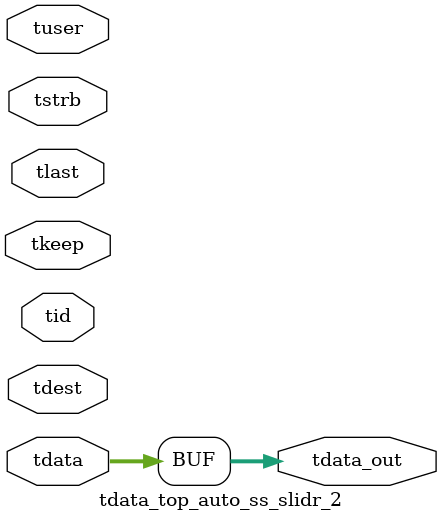
<source format=v>


`timescale 1ps/1ps

module tdata_top_auto_ss_slidr_2 #
(
parameter C_S_AXIS_TDATA_WIDTH = 32,
parameter C_S_AXIS_TUSER_WIDTH = 0,
parameter C_S_AXIS_TID_WIDTH   = 0,
parameter C_S_AXIS_TDEST_WIDTH = 0,
parameter C_M_AXIS_TDATA_WIDTH = 32
)
(
input  [(C_S_AXIS_TDATA_WIDTH == 0 ? 1 : C_S_AXIS_TDATA_WIDTH)-1:0     ] tdata,
input  [(C_S_AXIS_TUSER_WIDTH == 0 ? 1 : C_S_AXIS_TUSER_WIDTH)-1:0     ] tuser,
input  [(C_S_AXIS_TID_WIDTH   == 0 ? 1 : C_S_AXIS_TID_WIDTH)-1:0       ] tid,
input  [(C_S_AXIS_TDEST_WIDTH == 0 ? 1 : C_S_AXIS_TDEST_WIDTH)-1:0     ] tdest,
input  [(C_S_AXIS_TDATA_WIDTH/8)-1:0 ] tkeep,
input  [(C_S_AXIS_TDATA_WIDTH/8)-1:0 ] tstrb,
input                                                                    tlast,
output [C_M_AXIS_TDATA_WIDTH-1:0] tdata_out
);

assign tdata_out = {tdata[31:0]};

endmodule


</source>
